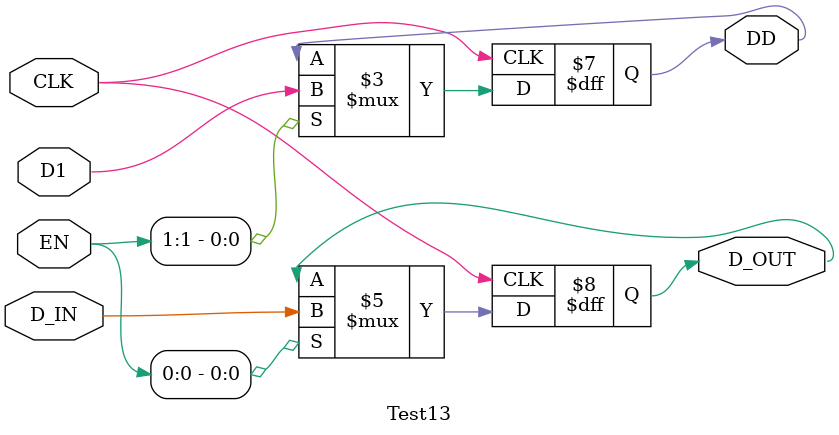
<source format=v>
`timescale 1ns / 1ps
module Test13(input CLK, input [1:0] EN, input D_IN, input D1, output reg D_OUT, output reg DD);

    always@(posedge CLK) begin
        if(EN[0])
            D_OUT <= D_IN;
    end
    always@(posedge CLK) begin
        if(EN[1])
            DD <= D1;
    end
endmodule
</source>
